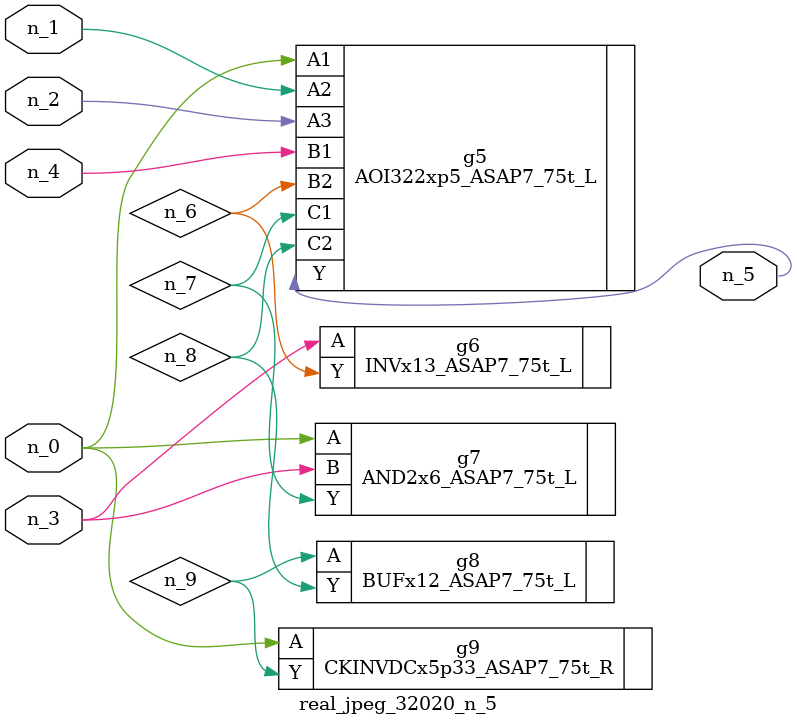
<source format=v>
module real_jpeg_32020_n_5 (n_4, n_0, n_1, n_2, n_3, n_5);

input n_4;
input n_0;
input n_1;
input n_2;
input n_3;

output n_5;

wire n_8;
wire n_6;
wire n_7;
wire n_9;

AOI322xp5_ASAP7_75t_L g5 ( 
.A1(n_0),
.A2(n_1),
.A3(n_2),
.B1(n_4),
.B2(n_6),
.C1(n_7),
.C2(n_8),
.Y(n_5)
);

AND2x6_ASAP7_75t_L g7 ( 
.A(n_0),
.B(n_3),
.Y(n_7)
);

CKINVDCx5p33_ASAP7_75t_R g9 ( 
.A(n_0),
.Y(n_9)
);

INVx13_ASAP7_75t_L g6 ( 
.A(n_3),
.Y(n_6)
);

BUFx12_ASAP7_75t_L g8 ( 
.A(n_9),
.Y(n_8)
);


endmodule
</source>
